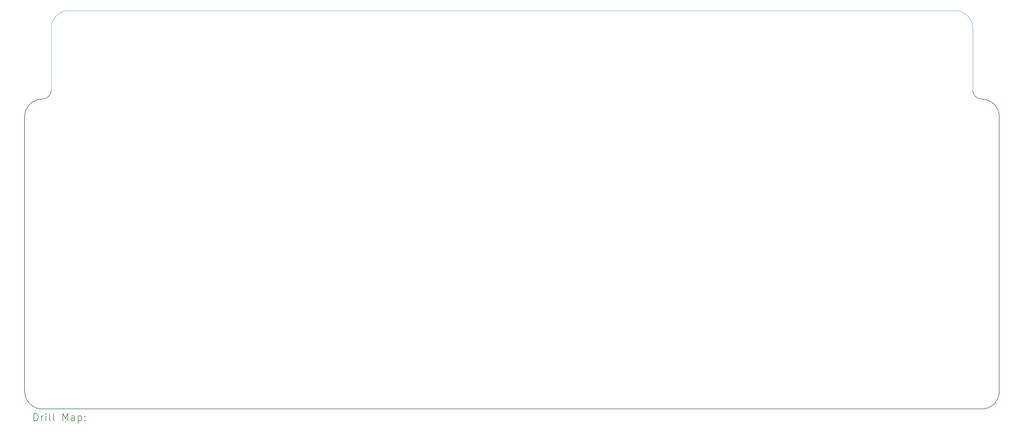
<source format=gbr>
%FSLAX45Y45*%
G04 Gerber Fmt 4.5, Leading zero omitted, Abs format (unit mm)*
G04 Created by KiCad (PCBNEW (6.0.0-0)) date 2022-04-10 14:45:40*
%MOMM*%
%LPD*%
G01*
G04 APERTURE LIST*
%TA.AperFunction,Profile*%
%ADD10C,0.150000*%
%TD*%
%TA.AperFunction,Profile*%
%ADD11C,0.100000*%
%TD*%
%ADD12C,0.200000*%
G04 APERTURE END LIST*
D10*
X2387500Y-12415000D02*
X27695000Y-12415000D01*
D11*
X27456250Y-2148750D02*
G75*
G03*
X26978750Y-1671250I-477500J0D01*
G01*
D10*
X1910000Y-11937500D02*
G75*
G03*
X2387500Y-12415000I477500J0D01*
G01*
X1910000Y-11937500D02*
X1910000Y-4536250D01*
D11*
X27456250Y-2148750D02*
X27456250Y-3820000D01*
D10*
X28172500Y-4536250D02*
G75*
G03*
X27695000Y-4058750I-477500J0D01*
G01*
X2387500Y-4058750D02*
G75*
G03*
X1910000Y-4536250I0J-477500D01*
G01*
X2387500Y-4058750D02*
G75*
G03*
X2626250Y-3820000I0J238750D01*
G01*
X28172500Y-11937500D02*
X28172500Y-4536250D01*
D11*
X2626250Y-2387500D02*
X2626250Y-2148750D01*
X3103750Y-1671250D02*
G75*
G03*
X2626250Y-2148750I0J-477500D01*
G01*
D10*
X27456250Y-3820000D02*
G75*
G03*
X27695000Y-4058750I238750J0D01*
G01*
D11*
X26978750Y-1671250D02*
X3103750Y-1671250D01*
X2626250Y-2387500D02*
X2626250Y-3820000D01*
D10*
X27695000Y-12415000D02*
G75*
G03*
X28172500Y-11937500I0J477500D01*
G01*
D12*
X2160119Y-12732976D02*
X2160119Y-12532976D01*
X2207738Y-12532976D01*
X2236310Y-12542500D01*
X2255357Y-12561548D01*
X2264881Y-12580595D01*
X2274405Y-12618690D01*
X2274405Y-12647262D01*
X2264881Y-12685357D01*
X2255357Y-12704405D01*
X2236310Y-12723452D01*
X2207738Y-12732976D01*
X2160119Y-12732976D01*
X2360119Y-12732976D02*
X2360119Y-12599643D01*
X2360119Y-12637738D02*
X2369643Y-12618690D01*
X2379167Y-12609167D01*
X2398214Y-12599643D01*
X2417262Y-12599643D01*
X2483929Y-12732976D02*
X2483929Y-12599643D01*
X2483929Y-12532976D02*
X2474405Y-12542500D01*
X2483929Y-12552024D01*
X2493452Y-12542500D01*
X2483929Y-12532976D01*
X2483929Y-12552024D01*
X2607738Y-12732976D02*
X2588690Y-12723452D01*
X2579167Y-12704405D01*
X2579167Y-12532976D01*
X2712500Y-12732976D02*
X2693452Y-12723452D01*
X2683929Y-12704405D01*
X2683929Y-12532976D01*
X2941071Y-12732976D02*
X2941071Y-12532976D01*
X3007738Y-12675833D01*
X3074405Y-12532976D01*
X3074405Y-12732976D01*
X3255357Y-12732976D02*
X3255357Y-12628214D01*
X3245833Y-12609167D01*
X3226786Y-12599643D01*
X3188690Y-12599643D01*
X3169643Y-12609167D01*
X3255357Y-12723452D02*
X3236309Y-12732976D01*
X3188690Y-12732976D01*
X3169643Y-12723452D01*
X3160119Y-12704405D01*
X3160119Y-12685357D01*
X3169643Y-12666309D01*
X3188690Y-12656786D01*
X3236309Y-12656786D01*
X3255357Y-12647262D01*
X3350595Y-12599643D02*
X3350595Y-12799643D01*
X3350595Y-12609167D02*
X3369643Y-12599643D01*
X3407738Y-12599643D01*
X3426786Y-12609167D01*
X3436309Y-12618690D01*
X3445833Y-12637738D01*
X3445833Y-12694881D01*
X3436309Y-12713928D01*
X3426786Y-12723452D01*
X3407738Y-12732976D01*
X3369643Y-12732976D01*
X3350595Y-12723452D01*
X3531548Y-12713928D02*
X3541071Y-12723452D01*
X3531548Y-12732976D01*
X3522024Y-12723452D01*
X3531548Y-12713928D01*
X3531548Y-12732976D01*
X3531548Y-12609167D02*
X3541071Y-12618690D01*
X3531548Y-12628214D01*
X3522024Y-12618690D01*
X3531548Y-12609167D01*
X3531548Y-12628214D01*
M02*

</source>
